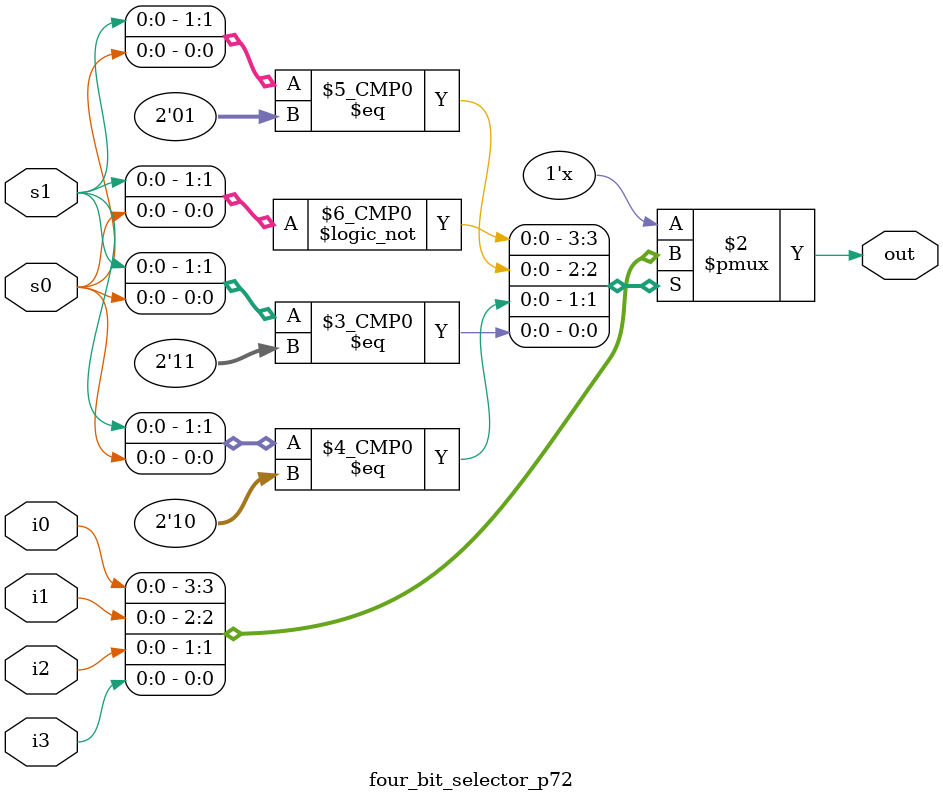
<source format=v>
`timescale 1ns / 1ps
module four_bit_selector_p72(
		output reg out, //½«outputÉèÖÃ³Éreg£¬Êä³ö¶Ë¿Ú±»ÉùÃ÷Îª¼Ä´æÆ÷ÀàÐÍ±äÁ¿
		input i0,i1,i2,i3,
		input s0,s1
    );
	 //ÈôÊäÈëÐÅºÅ¸Ä±ä£¬ÔòÖØÐÂ¼ÆËãÊä³öÐÅºÅout
	 //Ôì³ÉÊä³öÐÅºÅoutÖØÐÂ¼ÆËãµÄËùÓÐÊäÈëÐÅºÅ±ØÐëÐ´Èëalways @(¡­)µÄµçÆ½Ãô¸ÐÁÐ±í
	 always @ (s1 or s0 or i0 or i1 or i2 or i3)begin
		case({s1,s0})
			2'b00:
				out <= i0;
			2'b01:
				out <= i1;
			2'b10:
				out <= i2;
			2'b11:
				out <= i3;
			default:
				out <= 0;
		endcase
	 end
endmodule

</source>
